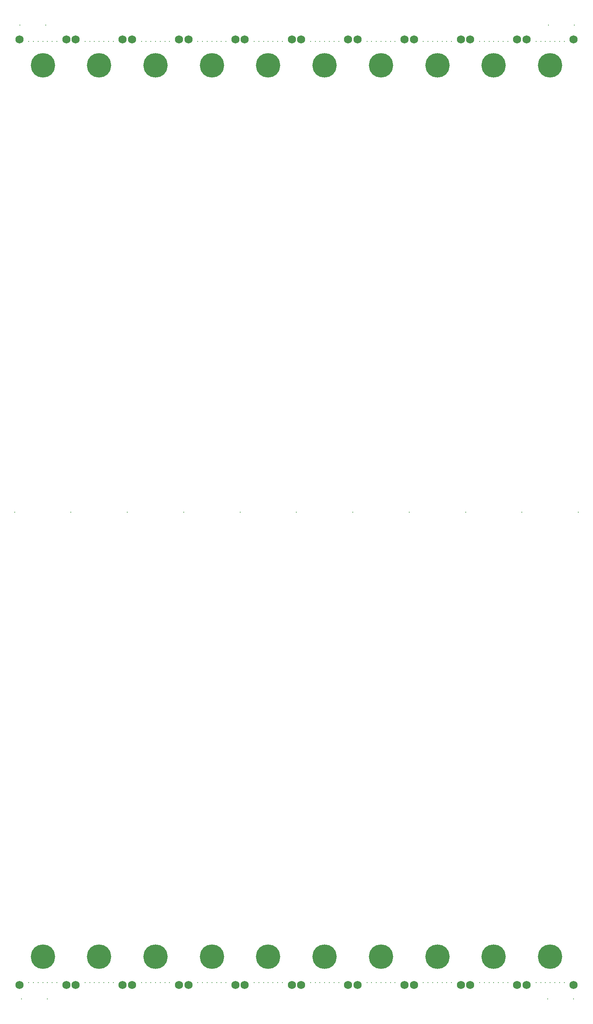
<source format=gbs>
G04*
G04 #@! TF.GenerationSoftware,Altium Limited,Altium Designer,18.1.7 (191)*
G04*
G04 Layer_Color=16711935*
%FSLAX44Y44*%
%MOMM*%
G71*
G01*
G75*
%ADD21C,0.2032*%
%ADD22C,0.2960*%
%ADD23C,1.7272*%
%ADD24C,5.2032*%
D21*
X1146270Y2090000D02*
D03*
X76270D02*
D03*
X80000Y20000D02*
D03*
X1145000D02*
D03*
X1090000Y1055000D02*
D03*
X1210000Y1055000D02*
D03*
X1120000Y55000D02*
D03*
X1180000D02*
D03*
X1120000Y2055000D02*
D03*
X1180000D02*
D03*
X1170000D02*
D03*
X1160000D02*
D03*
X1150000D02*
D03*
X1140000D02*
D03*
X1130000D02*
D03*
Y55000D02*
D03*
X1140000D02*
D03*
X1150000D02*
D03*
X1160000D02*
D03*
X1170000D02*
D03*
X970000Y1055000D02*
D03*
X1090000Y1055000D02*
D03*
X1000000Y55000D02*
D03*
X1060000D02*
D03*
X1000000Y2055000D02*
D03*
X1060000D02*
D03*
X1050000D02*
D03*
X1040000D02*
D03*
X1030000D02*
D03*
X1020000D02*
D03*
X1010000D02*
D03*
Y55000D02*
D03*
X1020000D02*
D03*
X1030000D02*
D03*
X1040000D02*
D03*
X1050000D02*
D03*
X850000Y1055000D02*
D03*
X970000Y1055000D02*
D03*
X880000Y55000D02*
D03*
X940000D02*
D03*
X880000Y2055000D02*
D03*
X940000D02*
D03*
X930000D02*
D03*
X920000D02*
D03*
X910000D02*
D03*
X900000D02*
D03*
X890000D02*
D03*
Y55000D02*
D03*
X900000D02*
D03*
X910000D02*
D03*
X920000D02*
D03*
X930000D02*
D03*
X730000Y1055000D02*
D03*
X850000Y1055000D02*
D03*
X760000Y55000D02*
D03*
X820000D02*
D03*
X760000Y2055000D02*
D03*
X820000D02*
D03*
X810000D02*
D03*
X800000D02*
D03*
X790000D02*
D03*
X780000D02*
D03*
X770000D02*
D03*
Y55000D02*
D03*
X780000D02*
D03*
X790000D02*
D03*
X800000D02*
D03*
X810000D02*
D03*
X610000Y1055000D02*
D03*
X730000Y1055000D02*
D03*
X640000Y55000D02*
D03*
X700000D02*
D03*
X640000Y2055000D02*
D03*
X700000D02*
D03*
X690000D02*
D03*
X680000D02*
D03*
X670000D02*
D03*
X660000D02*
D03*
X650000D02*
D03*
Y55000D02*
D03*
X660000D02*
D03*
X670000D02*
D03*
X680000D02*
D03*
X690000D02*
D03*
X490000Y1055000D02*
D03*
X610000Y1055000D02*
D03*
X520000Y55000D02*
D03*
X580000D02*
D03*
X520000Y2055000D02*
D03*
X580000D02*
D03*
X570000D02*
D03*
X560000D02*
D03*
X550000D02*
D03*
X540000D02*
D03*
X530000D02*
D03*
Y55000D02*
D03*
X540000D02*
D03*
X550000D02*
D03*
X560000D02*
D03*
X570000D02*
D03*
X370000Y1055000D02*
D03*
X490000Y1055000D02*
D03*
X400000Y55000D02*
D03*
X460000D02*
D03*
X400000Y2055000D02*
D03*
X460000D02*
D03*
X450000D02*
D03*
X440000D02*
D03*
X430000D02*
D03*
X420000D02*
D03*
X410000D02*
D03*
Y55000D02*
D03*
X420000D02*
D03*
X430000D02*
D03*
X440000D02*
D03*
X450000D02*
D03*
X250000Y1055000D02*
D03*
X370000Y1055000D02*
D03*
X280000Y55000D02*
D03*
X340000D02*
D03*
X280000Y2055000D02*
D03*
X340000D02*
D03*
X330000D02*
D03*
X320000D02*
D03*
X310000D02*
D03*
X300000D02*
D03*
X290000D02*
D03*
Y55000D02*
D03*
X300000D02*
D03*
X310000D02*
D03*
X320000D02*
D03*
X330000D02*
D03*
X130000Y1055000D02*
D03*
X250000Y1055000D02*
D03*
X160000Y55000D02*
D03*
X220000D02*
D03*
X160000Y2055000D02*
D03*
X220000D02*
D03*
X210000D02*
D03*
X200000D02*
D03*
X190000D02*
D03*
X180000D02*
D03*
X170000D02*
D03*
Y55000D02*
D03*
X180000D02*
D03*
X190000D02*
D03*
X200000D02*
D03*
X210000D02*
D03*
X10000Y1055000D02*
D03*
X130000Y1055000D02*
D03*
X40000Y55000D02*
D03*
X100000D02*
D03*
X40000Y2055000D02*
D03*
X100000D02*
D03*
X90000D02*
D03*
X80000D02*
D03*
X70000D02*
D03*
X60000D02*
D03*
X50000D02*
D03*
Y55000D02*
D03*
X60000D02*
D03*
X70000D02*
D03*
X80000D02*
D03*
X90000D02*
D03*
D22*
X1201270Y2090000D02*
D03*
X21270D02*
D03*
X25000Y20000D02*
D03*
X1200000D02*
D03*
D23*
X1200000Y2060000D02*
D03*
X1100000D02*
D03*
Y50000D02*
D03*
X1200000D02*
D03*
X1080000Y2060000D02*
D03*
X980000D02*
D03*
Y50000D02*
D03*
X1080000D02*
D03*
X960000Y2060000D02*
D03*
X860000D02*
D03*
Y50000D02*
D03*
X960000D02*
D03*
X840000Y2060000D02*
D03*
X740000D02*
D03*
Y50000D02*
D03*
X840000D02*
D03*
X720000Y2060000D02*
D03*
X620000D02*
D03*
Y50000D02*
D03*
X720000D02*
D03*
X600000Y2060000D02*
D03*
X500000D02*
D03*
Y50000D02*
D03*
X600000D02*
D03*
X480000Y2060000D02*
D03*
X380000D02*
D03*
Y50000D02*
D03*
X480000D02*
D03*
X360000Y2060000D02*
D03*
X260000D02*
D03*
Y50000D02*
D03*
X360000D02*
D03*
X240000Y2060000D02*
D03*
X140000D02*
D03*
Y50000D02*
D03*
X240000D02*
D03*
X120000Y2060000D02*
D03*
X20000D02*
D03*
Y50000D02*
D03*
X120000D02*
D03*
D24*
X1150000Y2005000D02*
D03*
X1150000Y110000D02*
D03*
X1030000Y2005000D02*
D03*
X1030000Y110000D02*
D03*
X910000Y2005000D02*
D03*
X910000Y110000D02*
D03*
X790000Y2005000D02*
D03*
X790000Y110000D02*
D03*
X670000Y2005000D02*
D03*
X670000Y110000D02*
D03*
X550000Y2005000D02*
D03*
X550000Y110000D02*
D03*
X430000Y2005000D02*
D03*
X430000Y110000D02*
D03*
X310000Y2005000D02*
D03*
X310000Y110000D02*
D03*
X190000Y2005000D02*
D03*
X190000Y110000D02*
D03*
X70000Y2005000D02*
D03*
X70000Y110000D02*
D03*
M02*

</source>
